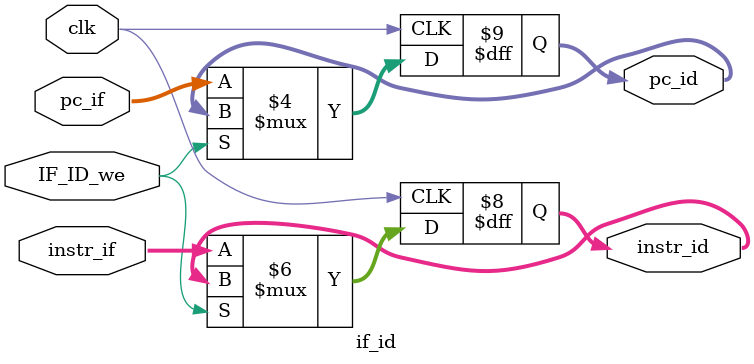
<source format=v>
`timescale 1ns / 1ps
module if_id(
	 input clk,
	 input IF_ID_we,
	 input [31:0] instr_if,
	 input [31:0] pc_if,
	 output reg [31:0] instr_id,
	 output reg [31:0] pc_id
    );
/*=========================================================================================================*/	 
	 initial 
	 begin
		instr_id<=0;
		pc_id<=0;
	 end
/*=========================================================================================================*/	 
	 always@(posedge clk)
	 begin
	   if(~IF_ID_we)
	   begin
			instr_id<=instr_if;
			pc_id<=pc_if;
	   end
	 end
/*=========================================================================================================*/
endmodule
</source>
